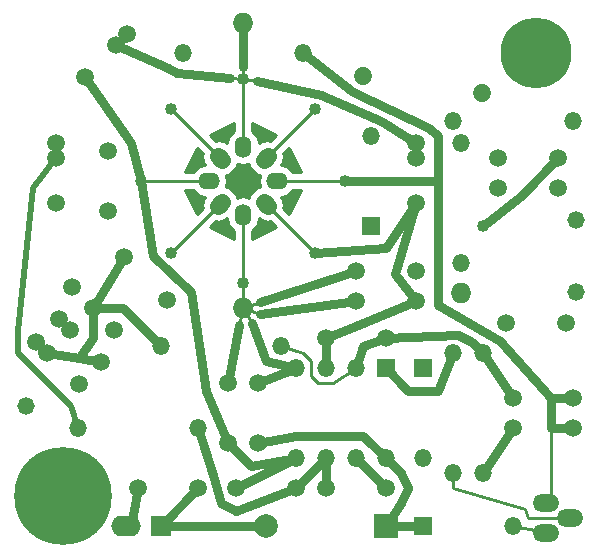
<source format=gbl>
G04 (created by PCBNEW (22-Jun-2014 BZR 4027)-stable) date Sun 29 Apr 2018 01:54:37 PM CDT*
%MOIN*%
G04 Gerber Fmt 3.4, Leading zero omitted, Abs format*
%FSLAX34Y34*%
G01*
G70*
G90*
G04 APERTURE LIST*
%ADD10C,0.00590551*%
%ADD11O,0.0885X0.059*%
%ADD12O,0.059X0.059*%
%ADD13R,0.059X0.059*%
%ADD14R,0.069X0.069*%
%ADD15O,0.099X0.069*%
%ADD16C,0.23622*%
%ADD17C,0.059*%
%ADD18O,0.069X0.069*%
%ADD19R,0.079X0.079*%
%ADD20C,0.079*%
%ADD21C,0.325*%
%ADD22C,0.059*%
%ADD23O,0.058X0.058*%
%ADD24C,0.056*%
%ADD25O,0.072X0.056*%
%ADD26O,0.056X0.072*%
%ADD27C,0.04*%
%ADD28C,0.03*%
%ADD29C,0.01*%
%ADD30C,0.02*%
G04 APERTURE END LIST*
G54D10*
G54D11*
X95852Y-43250D03*
X96647Y-43750D03*
X95852Y-44250D03*
G54D12*
X92750Y-38250D03*
X92750Y-42250D03*
X93750Y-42250D03*
X93750Y-38250D03*
X83000Y-38000D03*
X87000Y-38000D03*
X83750Y-28250D03*
X87750Y-28250D03*
X84250Y-40750D03*
X80250Y-40750D03*
G54D13*
X90500Y-38750D03*
G54D12*
X89500Y-38750D03*
X88500Y-38750D03*
X87500Y-38750D03*
X87500Y-41750D03*
X88500Y-41750D03*
X90500Y-41750D03*
X89500Y-41750D03*
G54D14*
X83000Y-44000D03*
G54D15*
X81850Y-44000D03*
G54D16*
X95500Y-28250D03*
G54D17*
X94750Y-40750D03*
X96750Y-40750D03*
X91500Y-36500D03*
X89500Y-36500D03*
X85250Y-41250D03*
X85250Y-39250D03*
X86250Y-41250D03*
X86250Y-39250D03*
X88500Y-42750D03*
X90500Y-42750D03*
X81792Y-35042D03*
X83207Y-36457D03*
X81250Y-31500D03*
X81250Y-33500D03*
X96750Y-39750D03*
X94750Y-39750D03*
X90500Y-37750D03*
X88500Y-37750D03*
X87500Y-42750D03*
X85500Y-42750D03*
G54D18*
X85750Y-36750D03*
G54D19*
X90500Y-44000D03*
G54D20*
X86500Y-44000D03*
G54D13*
X91750Y-38750D03*
G54D12*
X91750Y-41750D03*
G54D13*
X90000Y-34000D03*
G54D12*
X90000Y-31000D03*
G54D13*
X91750Y-44000D03*
G54D12*
X94750Y-44000D03*
G54D17*
X81883Y-27616D03*
X80469Y-29030D03*
X81530Y-27969D03*
X79500Y-31250D03*
X79500Y-33250D03*
X79500Y-31750D03*
X91500Y-31250D03*
X91500Y-33250D03*
X91500Y-31750D03*
G54D21*
X79750Y-43000D03*
G54D18*
X85750Y-27250D03*
G54D22*
X89750Y-29000D02*
X89750Y-29000D01*
X93711Y-29556D02*
X93711Y-29556D01*
G54D12*
X96750Y-30500D03*
X92750Y-30500D03*
X93000Y-31250D03*
X93000Y-35250D03*
G54D17*
X94250Y-31750D03*
X96250Y-31750D03*
X96250Y-32750D03*
X94250Y-32750D03*
X96500Y-37250D03*
X94500Y-37250D03*
G54D18*
X93000Y-36250D03*
G54D17*
X79616Y-37116D03*
X81030Y-38530D03*
X79969Y-37469D03*
X78866Y-37866D03*
X80280Y-39280D03*
X79219Y-38219D03*
X80042Y-36042D03*
X81457Y-37457D03*
X80750Y-36750D03*
G54D23*
X96850Y-33800D03*
X96850Y-36200D03*
X78500Y-40000D03*
G54D24*
X85042Y-31792D02*
X84929Y-31679D01*
X86570Y-31679D02*
X86457Y-31792D01*
G54D25*
X86890Y-32500D03*
G54D26*
X85750Y-31359D03*
G54D24*
X86570Y-33320D02*
X86457Y-33207D01*
G54D26*
X85750Y-33640D03*
G54D24*
X85042Y-33207D02*
X84929Y-33320D01*
G54D25*
X84609Y-32500D03*
G54D17*
X84250Y-42750D03*
X82250Y-42750D03*
X91500Y-35500D03*
X89500Y-35500D03*
G54D27*
X89150Y-32500D03*
X82350Y-32500D03*
X83350Y-30100D03*
X88150Y-34900D03*
X88150Y-30100D03*
X83350Y-34900D03*
X85750Y-29100D03*
X93750Y-34000D03*
X85750Y-35900D03*
G54D28*
X89500Y-41000D02*
X89750Y-41000D01*
X87500Y-41000D02*
X89500Y-41000D01*
X86250Y-41250D02*
X87500Y-41000D01*
X89750Y-41000D02*
X90500Y-41750D01*
X90500Y-41750D02*
X91000Y-42250D01*
X91000Y-43250D02*
X90500Y-44000D01*
X91250Y-42750D02*
X91000Y-43250D01*
X91000Y-42250D02*
X91250Y-42750D01*
X90500Y-44000D02*
X91750Y-44000D01*
X96000Y-39750D02*
X94300Y-37850D01*
X92250Y-34250D02*
X92250Y-36642D01*
X92250Y-34250D02*
X92250Y-32500D01*
X94300Y-37850D02*
X92250Y-36642D01*
X96000Y-40750D02*
X96750Y-40750D01*
G54D29*
X96000Y-43250D02*
X96000Y-40750D01*
G54D28*
X96000Y-40750D02*
X96000Y-39750D01*
X96000Y-39750D02*
X96750Y-39750D01*
X92250Y-32500D02*
X92250Y-32500D01*
X92250Y-32500D02*
X92250Y-31000D01*
X92250Y-31000D02*
X91956Y-30742D01*
X91956Y-30742D02*
X89408Y-29539D01*
X89408Y-29539D02*
X87750Y-28250D01*
G54D29*
X86739Y-32500D02*
X89150Y-32500D01*
G54D28*
X89150Y-32500D02*
X92250Y-32500D01*
X92250Y-32500D02*
X92250Y-32500D01*
X92250Y-32500D02*
X92250Y-32500D01*
G54D29*
X89250Y-32500D02*
X89150Y-32500D01*
G54D28*
X85000Y-43250D02*
X84750Y-42300D01*
X85500Y-43500D02*
X85000Y-43250D01*
X87500Y-42750D02*
X85500Y-43500D01*
X84750Y-42300D02*
X84250Y-40750D01*
X88500Y-41750D02*
X87500Y-42750D01*
X88500Y-41750D02*
X88500Y-42750D01*
X82350Y-32500D02*
X82000Y-31250D01*
X82000Y-31250D02*
X80469Y-29030D01*
G54D29*
X84760Y-32500D02*
X82350Y-32500D01*
G54D28*
X84500Y-39500D02*
X85250Y-41250D01*
X82750Y-35000D02*
X84030Y-36217D01*
X84030Y-36217D02*
X84500Y-39500D01*
X82350Y-32500D02*
X82750Y-35000D01*
X87500Y-41750D02*
X86000Y-42000D01*
X86000Y-42000D02*
X85250Y-41250D01*
X87500Y-41750D02*
X85500Y-42750D01*
X90500Y-42750D02*
X89500Y-41750D01*
X93750Y-42250D02*
X94750Y-40750D01*
X90500Y-38750D02*
X91250Y-39500D01*
X92250Y-39500D02*
X92750Y-38250D01*
X91250Y-39500D02*
X92250Y-39500D01*
G54D29*
X94750Y-44000D02*
X96000Y-44250D01*
X95250Y-43750D02*
X95150Y-43450D01*
X95150Y-43450D02*
X92750Y-42750D01*
X96500Y-43750D02*
X95250Y-43750D01*
X92750Y-42750D02*
X92750Y-42250D01*
G54D28*
X90500Y-37750D02*
X92900Y-37650D01*
X93375Y-37875D02*
X93750Y-38250D01*
X92900Y-37650D02*
X93375Y-37875D01*
X93750Y-38250D02*
X94750Y-39750D01*
G54D29*
X87000Y-38000D02*
X87750Y-38250D01*
X88750Y-39250D02*
X89500Y-38750D01*
X88250Y-39250D02*
X88750Y-39250D01*
X88000Y-39000D02*
X88250Y-39250D01*
X88000Y-38500D02*
X88000Y-39000D01*
X87750Y-38250D02*
X88000Y-38500D01*
G54D28*
X89500Y-38750D02*
X89750Y-38000D01*
X89750Y-38000D02*
X90500Y-37750D01*
G54D30*
X80250Y-40750D02*
X80000Y-40000D01*
X80000Y-40000D02*
X78250Y-38250D01*
X78250Y-38250D02*
X78250Y-37500D01*
X78250Y-37500D02*
X78750Y-32750D01*
X78750Y-32750D02*
X79500Y-31750D01*
G54D29*
X85042Y-31792D02*
X83350Y-30100D01*
X83350Y-30100D02*
X83400Y-30100D01*
G54D28*
X79500Y-31750D02*
X79500Y-31250D01*
G54D29*
X86457Y-33207D02*
X88150Y-34900D01*
G54D28*
X91500Y-33250D02*
X90800Y-35600D01*
X90800Y-35600D02*
X91500Y-36500D01*
X88150Y-34900D02*
X90500Y-34750D01*
X90500Y-34750D02*
X91500Y-33250D01*
X90500Y-34750D02*
X90500Y-34750D01*
X88500Y-37750D02*
X89750Y-37250D01*
X89750Y-37250D02*
X91500Y-36500D01*
X88500Y-38750D02*
X88500Y-37750D01*
G54D29*
X88150Y-34900D02*
X88250Y-35000D01*
X86457Y-31792D02*
X88150Y-30100D01*
G54D28*
X84250Y-42750D02*
X83000Y-44000D01*
X83000Y-44000D02*
X86500Y-44000D01*
X86500Y-44000D02*
X86500Y-44000D01*
X80267Y-38399D02*
X80750Y-37750D01*
X80750Y-37750D02*
X80750Y-36750D01*
X78866Y-37866D02*
X79219Y-38219D01*
X79219Y-38219D02*
X80267Y-38399D01*
X80267Y-38399D02*
X81030Y-38530D01*
X80750Y-36750D02*
X81750Y-36750D01*
X81750Y-36750D02*
X83000Y-38000D01*
X81792Y-35042D02*
X80750Y-36750D01*
G54D29*
X83350Y-34900D02*
X85042Y-33207D01*
X85750Y-29100D02*
X85300Y-29077D01*
G54D28*
X85300Y-29077D02*
X83550Y-28900D01*
X83550Y-28900D02*
X83250Y-28750D01*
X83250Y-28750D02*
X81530Y-27969D01*
X81530Y-27969D02*
X81883Y-27616D01*
G54D29*
X85750Y-29100D02*
X85750Y-28700D01*
G54D28*
X85750Y-28700D02*
X85750Y-27250D01*
X91500Y-31250D02*
X91500Y-31750D01*
G54D29*
X85750Y-29100D02*
X86200Y-29172D01*
G54D28*
X86200Y-29172D02*
X88341Y-29637D01*
X88341Y-29637D02*
X90350Y-30500D01*
X90350Y-30500D02*
X91500Y-31250D01*
G54D29*
X85750Y-31510D02*
X85750Y-29100D01*
G54D28*
X82250Y-42750D02*
X82000Y-44000D01*
X95000Y-33000D02*
X96250Y-31750D01*
X95000Y-33000D02*
X93750Y-34000D01*
X93750Y-34000D02*
X93750Y-34000D01*
G54D29*
X85750Y-36750D02*
X85750Y-35900D01*
X85750Y-35900D02*
X85750Y-33489D01*
X85750Y-36750D02*
X86300Y-36950D01*
G54D28*
X86300Y-36950D02*
X89500Y-36500D01*
G54D29*
X85750Y-36750D02*
X86050Y-37250D01*
G54D28*
X86050Y-37250D02*
X86500Y-38500D01*
X86500Y-38500D02*
X87500Y-38750D01*
G54D29*
X85750Y-36750D02*
X86300Y-36550D01*
G54D28*
X86300Y-36550D02*
X89500Y-35500D01*
X85250Y-39250D02*
X85600Y-37300D01*
G54D29*
X85600Y-37300D02*
X85750Y-36750D01*
G54D28*
X86250Y-39250D02*
X86250Y-39250D01*
X86250Y-39250D02*
X87500Y-38750D01*
G54D29*
X86250Y-39250D02*
X87500Y-38750D01*
G54D10*
G36*
X84498Y-31973D02*
X84314Y-32010D01*
X84142Y-32125D01*
X84092Y-32200D01*
X83830Y-32200D01*
X84229Y-31403D01*
X84408Y-31583D01*
X84391Y-31671D01*
X84431Y-31874D01*
X84498Y-31973D01*
X84498Y-31973D01*
G37*
G54D29*
X84498Y-31973D02*
X84314Y-32010D01*
X84142Y-32125D01*
X84092Y-32200D01*
X83830Y-32200D01*
X84229Y-31403D01*
X84408Y-31583D01*
X84391Y-31671D01*
X84431Y-31874D01*
X84498Y-31973D01*
G54D10*
G36*
X84498Y-33026D02*
X84431Y-33125D01*
X84391Y-33328D01*
X84408Y-33416D01*
X84229Y-33596D01*
X83830Y-32800D01*
X84092Y-32800D01*
X84142Y-32874D01*
X84314Y-32989D01*
X84498Y-33026D01*
X84498Y-33026D01*
G37*
G54D29*
X84498Y-33026D02*
X84431Y-33125D01*
X84391Y-33328D01*
X84408Y-33416D01*
X84229Y-33596D01*
X83830Y-32800D01*
X84092Y-32800D01*
X84142Y-32874D01*
X84314Y-32989D01*
X84498Y-33026D01*
G54D10*
G36*
X85450Y-30842D02*
X85375Y-30892D01*
X85260Y-31064D01*
X85223Y-31248D01*
X85124Y-31181D01*
X84921Y-31141D01*
X84833Y-31158D01*
X84653Y-30979D01*
X85450Y-30580D01*
X85450Y-30842D01*
X85450Y-30842D01*
G37*
G54D29*
X85450Y-30842D02*
X85375Y-30892D01*
X85260Y-31064D01*
X85223Y-31248D01*
X85124Y-31181D01*
X84921Y-31141D01*
X84833Y-31158D01*
X84653Y-30979D01*
X85450Y-30580D01*
X85450Y-30842D01*
G54D10*
G36*
X85450Y-34419D02*
X84653Y-34020D01*
X84833Y-33841D01*
X84921Y-33858D01*
X85124Y-33818D01*
X85223Y-33751D01*
X85260Y-33935D01*
X85375Y-34107D01*
X85450Y-34157D01*
X85450Y-34419D01*
X85450Y-34419D01*
G37*
G54D29*
X85450Y-34419D02*
X84653Y-34020D01*
X84833Y-33841D01*
X84921Y-33858D01*
X85124Y-33818D01*
X85223Y-33751D01*
X85260Y-33935D01*
X85375Y-34107D01*
X85450Y-34157D01*
X85450Y-34419D01*
G54D10*
G36*
X86307Y-32696D02*
X86245Y-32709D01*
X86073Y-32823D01*
X85959Y-32995D01*
X85946Y-33057D01*
X85750Y-33018D01*
X85553Y-33057D01*
X85541Y-32995D01*
X85426Y-32823D01*
X85254Y-32709D01*
X85192Y-32696D01*
X85231Y-32500D01*
X85192Y-32303D01*
X85254Y-32291D01*
X85426Y-32176D01*
X85541Y-32004D01*
X85553Y-31942D01*
X85750Y-31981D01*
X85946Y-31942D01*
X85959Y-32004D01*
X86073Y-32176D01*
X86245Y-32291D01*
X86307Y-32303D01*
X86268Y-32500D01*
X86307Y-32696D01*
X86307Y-32696D01*
G37*
G54D29*
X86307Y-32696D02*
X86245Y-32709D01*
X86073Y-32823D01*
X85959Y-32995D01*
X85946Y-33057D01*
X85750Y-33018D01*
X85553Y-33057D01*
X85541Y-32995D01*
X85426Y-32823D01*
X85254Y-32709D01*
X85192Y-32696D01*
X85231Y-32500D01*
X85192Y-32303D01*
X85254Y-32291D01*
X85426Y-32176D01*
X85541Y-32004D01*
X85553Y-31942D01*
X85750Y-31981D01*
X85946Y-31942D01*
X85959Y-32004D01*
X86073Y-32176D01*
X86245Y-32291D01*
X86307Y-32303D01*
X86268Y-32500D01*
X86307Y-32696D01*
G54D10*
G36*
X86846Y-30979D02*
X86666Y-31158D01*
X86578Y-31141D01*
X86375Y-31181D01*
X86276Y-31248D01*
X86239Y-31064D01*
X86124Y-30892D01*
X86050Y-30842D01*
X86050Y-30580D01*
X86846Y-30979D01*
X86846Y-30979D01*
G37*
G54D29*
X86846Y-30979D02*
X86666Y-31158D01*
X86578Y-31141D01*
X86375Y-31181D01*
X86276Y-31248D01*
X86239Y-31064D01*
X86124Y-30892D01*
X86050Y-30842D01*
X86050Y-30580D01*
X86846Y-30979D01*
G54D10*
G36*
X86846Y-34020D02*
X86050Y-34419D01*
X86050Y-34157D01*
X86124Y-34107D01*
X86239Y-33935D01*
X86276Y-33751D01*
X86375Y-33818D01*
X86578Y-33858D01*
X86666Y-33841D01*
X86846Y-34020D01*
X86846Y-34020D01*
G37*
G54D29*
X86846Y-34020D02*
X86050Y-34419D01*
X86050Y-34157D01*
X86124Y-34107D01*
X86239Y-33935D01*
X86276Y-33751D01*
X86375Y-33818D01*
X86578Y-33858D01*
X86666Y-33841D01*
X86846Y-34020D01*
G54D10*
G36*
X87669Y-32200D02*
X87407Y-32200D01*
X87357Y-32125D01*
X87185Y-32010D01*
X87001Y-31973D01*
X87068Y-31874D01*
X87108Y-31671D01*
X87091Y-31583D01*
X87270Y-31403D01*
X87669Y-32200D01*
X87669Y-32200D01*
G37*
G54D29*
X87669Y-32200D02*
X87407Y-32200D01*
X87357Y-32125D01*
X87185Y-32010D01*
X87001Y-31973D01*
X87068Y-31874D01*
X87108Y-31671D01*
X87091Y-31583D01*
X87270Y-31403D01*
X87669Y-32200D01*
G54D10*
G36*
X87669Y-32800D02*
X87270Y-33596D01*
X87091Y-33416D01*
X87108Y-33328D01*
X87068Y-33125D01*
X87001Y-33026D01*
X87185Y-32989D01*
X87357Y-32874D01*
X87407Y-32800D01*
X87669Y-32800D01*
X87669Y-32800D01*
G37*
G54D29*
X87669Y-32800D02*
X87270Y-33596D01*
X87091Y-33416D01*
X87108Y-33328D01*
X87068Y-33125D01*
X87001Y-33026D01*
X87185Y-32989D01*
X87357Y-32874D01*
X87407Y-32800D01*
X87669Y-32800D01*
M02*

</source>
